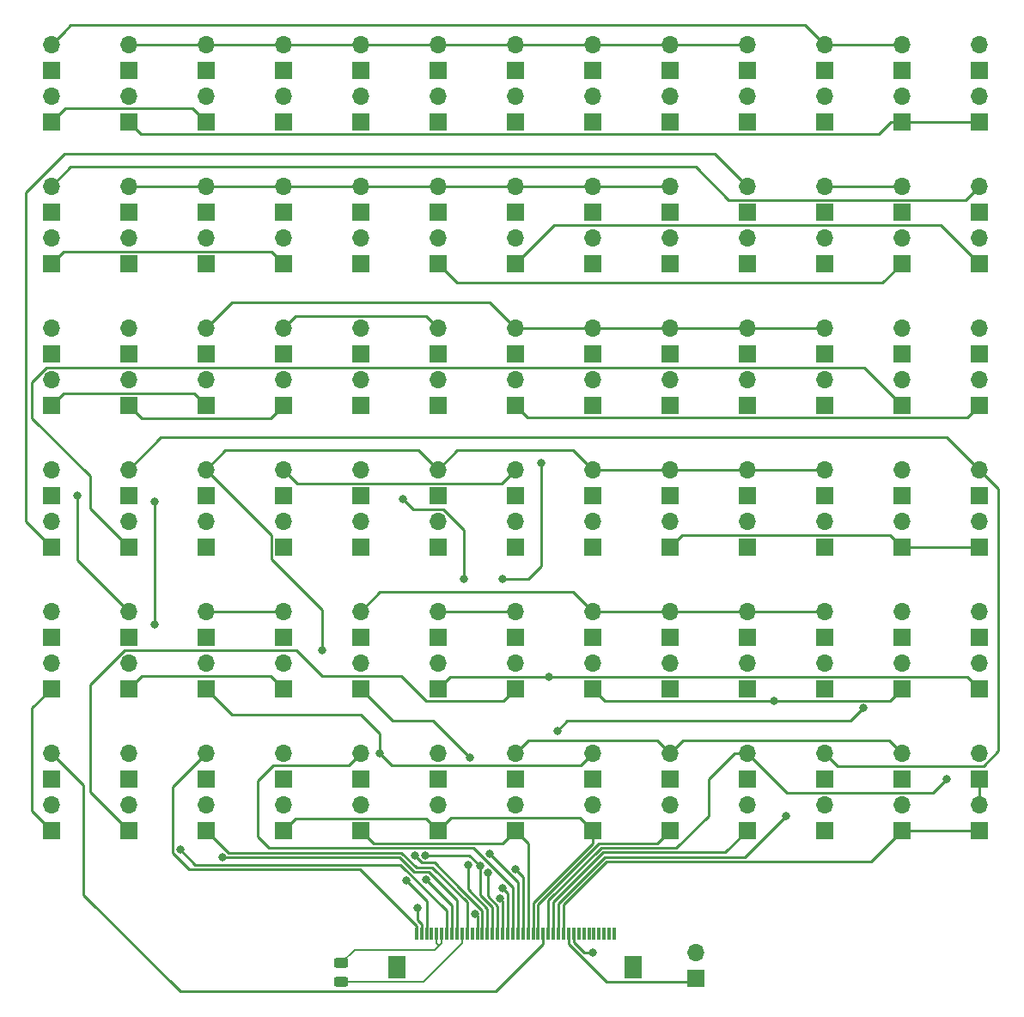
<source format=gbr>
%TF.GenerationSoftware,KiCad,Pcbnew,8.0.2-1*%
%TF.CreationDate,2024-08-03T10:32:13+02:00*%
%TF.ProjectId,dev-board,6465762d-626f-4617-9264-2e6b69636164,1.0*%
%TF.SameCoordinates,Original*%
%TF.FileFunction,Copper,L1,Top*%
%TF.FilePolarity,Positive*%
%FSLAX46Y46*%
G04 Gerber Fmt 4.6, Leading zero omitted, Abs format (unit mm)*
G04 Created by KiCad (PCBNEW 8.0.2-1) date 2024-08-03 10:32:13*
%MOMM*%
%LPD*%
G01*
G04 APERTURE LIST*
G04 Aperture macros list*
%AMRoundRect*
0 Rectangle with rounded corners*
0 $1 Rounding radius*
0 $2 $3 $4 $5 $6 $7 $8 $9 X,Y pos of 4 corners*
0 Add a 4 corners polygon primitive as box body*
4,1,4,$2,$3,$4,$5,$6,$7,$8,$9,$2,$3,0*
0 Add four circle primitives for the rounded corners*
1,1,$1+$1,$2,$3*
1,1,$1+$1,$4,$5*
1,1,$1+$1,$6,$7*
1,1,$1+$1,$8,$9*
0 Add four rect primitives between the rounded corners*
20,1,$1+$1,$2,$3,$4,$5,0*
20,1,$1+$1,$4,$5,$6,$7,0*
20,1,$1+$1,$6,$7,$8,$9,0*
20,1,$1+$1,$8,$9,$2,$3,0*%
G04 Aperture macros list end*
%TA.AperFunction,ComponentPad*%
%ADD10R,1.700000X1.700000*%
%TD*%
%TA.AperFunction,ComponentPad*%
%ADD11O,1.700000X1.700000*%
%TD*%
%TA.AperFunction,SMDPad,CuDef*%
%ADD12R,0.300000X1.300000*%
%TD*%
%TA.AperFunction,SMDPad,CuDef*%
%ADD13R,1.800000X2.200000*%
%TD*%
%TA.AperFunction,SMDPad,CuDef*%
%ADD14RoundRect,0.243750X0.456250X-0.243750X0.456250X0.243750X-0.456250X0.243750X-0.456250X-0.243750X0*%
%TD*%
%TA.AperFunction,ViaPad*%
%ADD15C,0.800000*%
%TD*%
%TA.AperFunction,Conductor*%
%ADD16C,0.200000*%
%TD*%
%TA.AperFunction,Conductor*%
%ADD17C,0.250000*%
%TD*%
G04 APERTURE END LIST*
D10*
%TO.P,J90,1,Pin_1*%
%TO.N,Net-(J103-Pin_2)*%
X189865000Y-94620000D03*
D11*
%TO.P,J90,2,Pin_2*%
%TO.N,PIN_27 *%
X189865000Y-92080000D03*
%TD*%
D10*
%TO.P,J69,1,Pin_1*%
%TO.N,PIN_7 *%
X128905000Y-85730000D03*
D11*
%TO.P,J69,2,Pin_2*%
%TO.N,Net-(J56-Pin_1)*%
X128905000Y-83190000D03*
%TD*%
D10*
%TO.P,J97,1,Pin_1*%
%TO.N,PIN_17 *%
X144145000Y-99705000D03*
D11*
%TO.P,J97,2,Pin_2*%
%TO.N,Net-(J84-Pin_1)*%
X144145000Y-97165000D03*
%TD*%
D10*
%TO.P,J28,1,Pin_1*%
%TO.N,Net-(J28-Pin_1)*%
X113665000Y-66675000D03*
D11*
%TO.P,J28,2,Pin_2*%
%TO.N,PIN_1 *%
X113665000Y-64135000D03*
%TD*%
D12*
%TO.P,J157,1,Pin_1*%
%TO.N,PIN_1 *%
X142015000Y-137850000D03*
%TO.P,J157,2,Pin_2*%
%TO.N,PIN_2 *%
X142515000Y-137850000D03*
%TO.P,J157,3,Pin_3*%
%TO.N,PIN_3 *%
X143015000Y-137850000D03*
%TO.P,J157,4,Pin_4*%
%TO.N,unconnected-(J157-Pin_4-Pad4)*%
X143515000Y-137850000D03*
%TO.P,J157,5,Pin_5*%
%TO.N,CAPS_LOCK_LED+*%
X144015000Y-137850000D03*
%TO.P,J157,6,Pin_6*%
X144515000Y-137850000D03*
%TO.P,J157,7,Pin_7*%
%TO.N,PIN_7 *%
X145015000Y-137850000D03*
%TO.P,J157,8,Pin_8*%
%TO.N,PIN_8 *%
X145515000Y-137850000D03*
%TO.P,J157,9,Pin_9*%
%TO.N,PIN_9 *%
X146015000Y-137850000D03*
%TO.P,J157,10,Pin_10*%
%TO.N,CAPS_LOCK_LED-*%
X146515000Y-137850000D03*
%TO.P,J157,11,Pin_11*%
%TO.N,PIN_11 *%
X147015000Y-137850000D03*
%TO.P,J157,12,Pin_12*%
%TO.N,unconnected-(J157-Pin_12-Pad12)*%
X147515000Y-137850000D03*
%TO.P,J157,13,Pin_13*%
%TO.N,PIN_13 *%
X148015000Y-137850000D03*
%TO.P,J157,14,Pin_14*%
%TO.N,PIN_14 *%
X148515000Y-137850000D03*
%TO.P,J157,15,Pin_15*%
%TO.N,PIN_15 *%
X149015000Y-137850000D03*
%TO.P,J157,16,Pin_16*%
%TO.N,PIN_16 *%
X149515000Y-137850000D03*
%TO.P,J157,17,Pin_17*%
%TO.N,PIN_17 *%
X150015000Y-137850000D03*
%TO.P,J157,18,Pin_18*%
%TO.N,PIN_18 *%
X150515000Y-137850000D03*
%TO.P,J157,19,Pin_19*%
%TO.N,PIN_19 *%
X151015000Y-137850000D03*
%TO.P,J157,20,Pin_20*%
%TO.N,PIN_20 *%
X151515000Y-137850000D03*
%TO.P,J157,21,Pin_21*%
%TO.N,PIN_21 *%
X152015000Y-137850000D03*
%TO.P,J157,22,Pin_22*%
%TO.N,PIN_22 *%
X152515000Y-137850000D03*
%TO.P,J157,23,Pin_23*%
%TO.N,PIN_23 *%
X153015000Y-137850000D03*
%TO.P,J157,24,Pin_24*%
%TO.N,PIN_24 *%
X153515000Y-137850000D03*
%TO.P,J157,25,Pin_25*%
%TO.N,PIN_25 *%
X154015000Y-137850000D03*
%TO.P,J157,26,Pin_26*%
%TO.N,PIN_26 *%
X154515000Y-137850000D03*
%TO.P,J157,27,Pin_27*%
%TO.N,PIN_27 *%
X155015000Y-137850000D03*
%TO.P,J157,28,Pin_28*%
%TO.N,PIN_28 *%
X155515000Y-137850000D03*
%TO.P,J157,29,Pin_29*%
%TO.N,PIN_29 *%
X156015000Y-137850000D03*
%TO.P,J157,30,Pin_30*%
%TO.N,PIN_30 *%
X156515000Y-137850000D03*
%TO.P,J157,31,Pin_31*%
%TO.N,PWR_1 *%
X157015000Y-137850000D03*
%TO.P,J157,32,Pin_32*%
%TO.N,PWR_2 *%
X157515000Y-137850000D03*
%TO.P,J157,33,Pin_33*%
%TO.N,unconnected-(J157-Pin_33-Pad33)*%
X158015000Y-137850000D03*
%TO.P,J157,34,Pin_34*%
%TO.N,unconnected-(J157-Pin_34-Pad34)*%
X158515000Y-137850000D03*
%TO.P,J157,35,Pin_35*%
%TO.N,unconnected-(J157-Pin_35-Pad35)*%
X159015000Y-137850000D03*
%TO.P,J157,36,Pin_36*%
%TO.N,unconnected-(J157-Pin_36-Pad36)*%
X159515000Y-137850000D03*
%TO.P,J157,37,Pin_37*%
%TO.N,unconnected-(J157-Pin_37-Pad37)*%
X160015000Y-137850000D03*
%TO.P,J157,38,Pin_38*%
%TO.N,unconnected-(J157-Pin_38-Pad38)*%
X160515000Y-137850000D03*
%TO.P,J157,39,Pin_39*%
%TO.N,unconnected-(J157-Pin_39-Pad39)*%
X161015000Y-137850000D03*
%TO.P,J157,40,Pin_40*%
%TO.N,unconnected-(J157-Pin_40-Pad40)*%
X161515000Y-137850000D03*
D13*
%TO.P,J157,MP*%
%TO.N,N/C*%
X163415000Y-141100000D03*
X140115000Y-141100000D03*
%TD*%
D10*
%TO.P,J63,1,Pin_1*%
%TO.N,Net-(J63-Pin_1)*%
X182245000Y-80650000D03*
D11*
%TO.P,J63,2,Pin_2*%
%TO.N,PIN_15 *%
X182245000Y-78110000D03*
%TD*%
D10*
%TO.P,J81,1,Pin_1*%
%TO.N,Net-(J81-Pin_1)*%
X121285000Y-94625000D03*
D11*
%TO.P,J81,2,Pin_2*%
%TO.N,PIN_18 *%
X121285000Y-92085000D03*
%TD*%
D10*
%TO.P,J49,1,Pin_1*%
%TO.N,PIN_30 *%
X174625000Y-71760000D03*
D11*
%TO.P,J49,2,Pin_2*%
%TO.N,Net-(J36-Pin_1)*%
X174625000Y-69220000D03*
%TD*%
D10*
%TO.P,J22,1,Pin_1*%
%TO.N,PIN_28 *%
X167005000Y-57785000D03*
D11*
%TO.P,J22,2,Pin_2*%
%TO.N,Net-(J22-Pin_2)*%
X167005000Y-55245000D03*
%TD*%
D10*
%TO.P,J118,1,Pin_1*%
%TO.N,PIN_9 *%
X106045000Y-113665000D03*
D11*
%TO.P,J118,2,Pin_2*%
%TO.N,Net-(J105-Pin_1)*%
X106045000Y-111125000D03*
%TD*%
D10*
%TO.P,J143,1,Pin_1*%
%TO.N,Net-(J143-Pin_1)*%
X189865000Y-122560000D03*
D11*
%TO.P,J143,2,Pin_2*%
%TO.N,PIN_19 *%
X189865000Y-120020000D03*
%TD*%
D10*
%TO.P,J116,1,Pin_1*%
%TO.N,Net-(J116-Pin_1)*%
X189865000Y-108595000D03*
D11*
%TO.P,J116,2,Pin_2*%
%TO.N,PIN_27 *%
X189865000Y-106055000D03*
%TD*%
D10*
%TO.P,J37,1,Pin_1*%
%TO.N,Net-(J37-Pin_1)*%
X182245000Y-66680000D03*
D11*
%TO.P,J37,2,Pin_2*%
%TO.N,PIN_27 *%
X182245000Y-64140000D03*
%TD*%
D10*
%TO.P,J122,1,Pin_1*%
%TO.N,PIN_8 *%
X136525000Y-113675000D03*
D11*
%TO.P,J122,2,Pin_2*%
%TO.N,Net-(J109-Pin_1)*%
X136525000Y-111135000D03*
%TD*%
D10*
%TO.P,J68,1,Pin_1*%
%TO.N,PIN_3 *%
X121285000Y-85730000D03*
D11*
%TO.P,J68,2,Pin_2*%
%TO.N,Net-(J55-Pin_1)*%
X121285000Y-83190000D03*
%TD*%
D10*
%TO.P,J65,1,Pin_1*%
%TO.N,Net-(J65-Pin_1)*%
X197485000Y-80650000D03*
D11*
%TO.P,J65,2,Pin_2*%
%TO.N,PIN_19 *%
X197485000Y-78110000D03*
%TD*%
D10*
%TO.P,J27,1,Pin_1*%
%TO.N,Net-(J27-Pin_1)*%
X106045000Y-66675000D03*
D11*
%TO.P,J27,2,Pin_2*%
%TO.N,PIN_19 *%
X106045000Y-64135000D03*
%TD*%
D10*
%TO.P,J102,1,Pin_1*%
%TO.N,PIN_30 *%
X182245000Y-99705000D03*
D11*
%TO.P,J102,2,Pin_2*%
%TO.N,Net-(J102-Pin_2)*%
X182245000Y-97165000D03*
%TD*%
D10*
%TO.P,J14,1,Pin_1*%
%TO.N,PIN_7 *%
X106045000Y-57785000D03*
D11*
%TO.P,J14,2,Pin_2*%
%TO.N,Net-(J1-Pin_1)*%
X106045000Y-55245000D03*
%TD*%
D10*
%TO.P,J151,1,Pin_1*%
%TO.N,PIN_23 *%
X151765000Y-127640000D03*
D11*
%TO.P,J151,2,Pin_2*%
%TO.N,Net-(J138-Pin_1)*%
X151765000Y-125100000D03*
%TD*%
D10*
%TO.P,J115,1,Pin_1*%
%TO.N,Net-(J115-Pin_1)*%
X182245000Y-108595000D03*
D11*
%TO.P,J115,2,Pin_2*%
%TO.N,PIN_20 *%
X182245000Y-106055000D03*
%TD*%
D10*
%TO.P,J107,1,Pin_1*%
%TO.N,Net-(J107-Pin_1)*%
X121285000Y-108595000D03*
D11*
%TO.P,J107,2,Pin_2*%
%TO.N,PIN_20 *%
X121285000Y-106055000D03*
%TD*%
D10*
%TO.P,J50,1,Pin_1*%
%TO.N,PIN_23 *%
X182245000Y-71760000D03*
D11*
%TO.P,J50,2,Pin_2*%
%TO.N,Net-(J37-Pin_1)*%
X182245000Y-69220000D03*
%TD*%
D10*
%TO.P,J29,1,Pin_1*%
%TO.N,Net-(J29-Pin_1)*%
X121285000Y-66680000D03*
D11*
%TO.P,J29,2,Pin_2*%
%TO.N,PIN_1 *%
X121285000Y-64140000D03*
%TD*%
D10*
%TO.P,J41,1,Pin_1*%
%TO.N,PIN_3 *%
X113665000Y-71755000D03*
D11*
%TO.P,J41,2,Pin_2*%
%TO.N,Net-(J28-Pin_1)*%
X113665000Y-69215000D03*
%TD*%
D10*
%TO.P,J156,1,Pin_1*%
%TO.N,PIN_30 *%
X189865000Y-127645000D03*
D11*
%TO.P,J156,2,Pin_2*%
%TO.N,Net-(J143-Pin_1)*%
X189865000Y-125105000D03*
%TD*%
D10*
%TO.P,J139,1,Pin_1*%
%TO.N,Net-(J139-Pin_1)*%
X159385000Y-122560000D03*
D11*
%TO.P,J139,2,Pin_2*%
%TO.N,PIN_3 *%
X159385000Y-120020000D03*
%TD*%
D10*
%TO.P,J155,1,Pin_1*%
%TO.N,PIN_28 *%
X182245000Y-127645000D03*
D11*
%TO.P,J155,2,Pin_2*%
%TO.N,Net-(J142-Pin_1)*%
X182245000Y-125105000D03*
%TD*%
D10*
%TO.P,J8,1,Pin_1*%
%TO.N,Net-(J21-Pin_2)*%
X159385000Y-52705000D03*
D11*
%TO.P,J8,2,Pin_2*%
%TO.N,PIN_26 *%
X159385000Y-50165000D03*
%TD*%
D10*
%TO.P,J55,1,Pin_1*%
%TO.N,Net-(J55-Pin_1)*%
X121285000Y-80655000D03*
D11*
%TO.P,J55,2,Pin_2*%
%TO.N,PIN_15 *%
X121285000Y-78115000D03*
%TD*%
D10*
%TO.P,J36,1,Pin_1*%
%TO.N,Net-(J36-Pin_1)*%
X174625000Y-66680000D03*
D11*
%TO.P,J36,2,Pin_2*%
%TO.N,PIN_9 *%
X174625000Y-64140000D03*
%TD*%
D10*
%TO.P,J76,1,Pin_1*%
%TO.N,PIN_30 *%
X182245000Y-85730000D03*
D11*
%TO.P,J76,2,Pin_2*%
%TO.N,Net-(J63-Pin_1)*%
X182245000Y-83190000D03*
%TD*%
D10*
%TO.P,J134,1,Pin_1*%
%TO.N,Net-(J134-Pin_1)*%
X121285000Y-122560000D03*
D11*
%TO.P,J134,2,Pin_2*%
%TO.N,PIN_1 *%
X121285000Y-120020000D03*
%TD*%
D10*
%TO.P,J152,1,Pin_1*%
%TO.N,PIN_24 *%
X159385000Y-127640000D03*
D11*
%TO.P,J152,2,Pin_2*%
%TO.N,Net-(J139-Pin_1)*%
X159385000Y-125100000D03*
%TD*%
D10*
%TO.P,J25,1,Pin_1*%
%TO.N,PIN_3 *%
X189865000Y-57785000D03*
D11*
%TO.P,J25,2,Pin_2*%
%TO.N,Net-(J12-Pin_1)*%
X189865000Y-55245000D03*
%TD*%
D10*
%TO.P,J21,1,Pin_1*%
%TO.N,PIN_25 *%
X159385000Y-57785000D03*
D11*
%TO.P,J21,2,Pin_2*%
%TO.N,Net-(J21-Pin_2)*%
X159385000Y-55245000D03*
%TD*%
D10*
%TO.P,J136,1,Pin_1*%
%TO.N,Net-(J136-Pin_1)*%
X136525000Y-122560000D03*
D11*
%TO.P,J136,2,Pin_2*%
%TO.N,PIN_20 *%
X136525000Y-120020000D03*
%TD*%
D10*
%TO.P,J101,1,Pin_1*%
%TO.N,PIN_28 *%
X174625000Y-99705000D03*
D11*
%TO.P,J101,2,Pin_2*%
%TO.N,Net-(J101-Pin_2)*%
X174625000Y-97165000D03*
%TD*%
D10*
%TO.P,J58,1,Pin_1*%
%TO.N,Net-(J58-Pin_1)*%
X144145000Y-80650000D03*
D11*
%TO.P,J58,2,Pin_2*%
%TO.N,PIN_2 *%
X144145000Y-78110000D03*
%TD*%
D10*
%TO.P,J38,1,Pin_1*%
%TO.N,Net-(J38-Pin_1)*%
X189865000Y-66685000D03*
D11*
%TO.P,J38,2,Pin_2*%
%TO.N,PIN_27 *%
X189865000Y-64145000D03*
%TD*%
D10*
%TO.P,J149,1,Pin_1*%
%TO.N,PIN_23 *%
X136525000Y-127645000D03*
D11*
%TO.P,J149,2,Pin_2*%
%TO.N,Net-(J136-Pin_1)*%
X136525000Y-125105000D03*
%TD*%
D10*
%TO.P,J89,1,Pin_1*%
%TO.N,Net-(J102-Pin_2)*%
X182245000Y-94620000D03*
D11*
%TO.P,J89,2,Pin_2*%
%TO.N,PIN_18 *%
X182245000Y-92080000D03*
%TD*%
D10*
%TO.P,J13,1,Pin_1*%
%TO.N,Net-(J13-Pin_1)*%
X197485000Y-52705000D03*
D11*
%TO.P,J13,2,Pin_2*%
%TO.N,PIN_19 *%
X197485000Y-50165000D03*
%TD*%
D10*
%TO.P,J96,1,Pin_1*%
%TO.N,PIN_8 *%
X136525000Y-99705000D03*
D11*
%TO.P,J96,2,Pin_2*%
%TO.N,Net-(J83-Pin_1)*%
X136525000Y-97165000D03*
%TD*%
D10*
%TO.P,J18,1,Pin_1*%
%TO.N,PIN_17 *%
X136525000Y-57785000D03*
D11*
%TO.P,J18,2,Pin_2*%
%TO.N,Net-(J18-Pin_2)*%
X136525000Y-55245000D03*
%TD*%
D10*
%TO.P,J19,1,Pin_1*%
%TO.N,PIN_21 *%
X144145000Y-57785000D03*
D11*
%TO.P,J19,2,Pin_2*%
%TO.N,Net-(J19-Pin_2)*%
X144145000Y-55245000D03*
%TD*%
D10*
%TO.P,J57,1,Pin_1*%
%TO.N,Net-(J57-Pin_1)*%
X136525000Y-80655000D03*
D11*
%TO.P,J57,2,Pin_2*%
%TO.N,PIN_16 *%
X136525000Y-78115000D03*
%TD*%
D10*
%TO.P,J79,1,Pin_1*%
%TO.N,Net-(J79-Pin_1)*%
X106045000Y-94615000D03*
D11*
%TO.P,J79,2,Pin_2*%
%TO.N,PIN_27 *%
X106045000Y-92075000D03*
%TD*%
D10*
%TO.P,J44,1,Pin_1*%
%TO.N,PIN_17 *%
X136525000Y-71760000D03*
D11*
%TO.P,J44,2,Pin_2*%
%TO.N,Net-(J31-Pin_1)*%
X136525000Y-69220000D03*
%TD*%
D10*
%TO.P,J35,1,Pin_1*%
%TO.N,Net-(J35-Pin_1)*%
X167005000Y-66680000D03*
D11*
%TO.P,J35,2,Pin_2*%
%TO.N,PIN_1 *%
X167005000Y-64140000D03*
%TD*%
D10*
%TO.P,J45,1,Pin_1*%
%TO.N,PIN_21 *%
X144145000Y-71760000D03*
D11*
%TO.P,J45,2,Pin_2*%
%TO.N,Net-(J32-Pin_1)*%
X144145000Y-69220000D03*
%TD*%
D10*
%TO.P,J70,1,Pin_1*%
%TO.N,PIN_8 *%
X136525000Y-85735000D03*
D11*
%TO.P,J70,2,Pin_2*%
%TO.N,Net-(J57-Pin_1)*%
X136525000Y-83195000D03*
%TD*%
D10*
%TO.P,J67,1,Pin_1*%
%TO.N,PIN_7 *%
X113665000Y-85730000D03*
D11*
%TO.P,J67,2,Pin_2*%
%TO.N,Net-(J54-Pin_1)*%
X113665000Y-83190000D03*
%TD*%
D10*
%TO.P,J105,1,Pin_1*%
%TO.N,Net-(J105-Pin_1)*%
X106045000Y-108585000D03*
D11*
%TO.P,J105,2,Pin_2*%
%TO.N,PIN_15 *%
X106045000Y-106045000D03*
%TD*%
D10*
%TO.P,J47,1,Pin_1*%
%TO.N,PIN_25 *%
X159385000Y-71760000D03*
D11*
%TO.P,J47,2,Pin_2*%
%TO.N,Net-(J34-Pin_1)*%
X159385000Y-69220000D03*
%TD*%
D10*
%TO.P,J144,1,Pin_1*%
%TO.N,PIN_30 *%
X197485000Y-127645000D03*
D11*
%TO.P,J144,2,Pin_2*%
%TO.N,Net-(J131-Pin_1)*%
X197485000Y-125105000D03*
%TD*%
D10*
%TO.P,J84,1,Pin_1*%
%TO.N,Net-(J84-Pin_1)*%
X144145000Y-94620000D03*
D11*
%TO.P,J84,2,Pin_2*%
%TO.N,PIN_18 *%
X144145000Y-92080000D03*
%TD*%
D10*
%TO.P,J12,1,Pin_1*%
%TO.N,Net-(J12-Pin_1)*%
X189865000Y-52705000D03*
D11*
%TO.P,J12,2,Pin_2*%
%TO.N,PIN_27 *%
X189865000Y-50165000D03*
%TD*%
D10*
%TO.P,J26,1,Pin_1*%
%TO.N,PIN_3 *%
X197485000Y-57785000D03*
D11*
%TO.P,J26,2,Pin_2*%
%TO.N,Net-(J13-Pin_1)*%
X197485000Y-55245000D03*
%TD*%
D10*
%TO.P,J120,1,Pin_1*%
%TO.N,PIN_3 *%
X121285000Y-113675000D03*
D11*
%TO.P,J120,2,Pin_2*%
%TO.N,Net-(J107-Pin_1)*%
X121285000Y-111135000D03*
%TD*%
D10*
%TO.P,J39,1,Pin_1*%
%TO.N,Net-(J39-Pin_1)*%
X197485000Y-66685000D03*
D11*
%TO.P,J39,2,Pin_2*%
%TO.N,PIN_19 *%
X197485000Y-64145000D03*
%TD*%
D10*
%TO.P,J62,1,Pin_1*%
%TO.N,Net-(J62-Pin_1)*%
X174625000Y-80650000D03*
D11*
%TO.P,J62,2,Pin_2*%
%TO.N,PIN_15 *%
X174625000Y-78110000D03*
%TD*%
D10*
%TO.P,J142,1,Pin_1*%
%TO.N,Net-(J142-Pin_1)*%
X182245000Y-122560000D03*
D11*
%TO.P,J142,2,Pin_2*%
%TO.N,PIN_22 *%
X182245000Y-120020000D03*
%TD*%
D10*
%TO.P,J112,1,Pin_1*%
%TO.N,Net-(J112-Pin_1)*%
X159385000Y-108590000D03*
D11*
%TO.P,J112,2,Pin_2*%
%TO.N,PIN_20 *%
X159385000Y-106050000D03*
%TD*%
D10*
%TO.P,J135,1,Pin_1*%
%TO.N,Net-(J135-Pin_1)*%
X128905000Y-122565000D03*
D11*
%TO.P,J135,2,Pin_2*%
%TO.N,PIN_18 *%
X128905000Y-120025000D03*
%TD*%
D10*
%TO.P,J110,1,Pin_1*%
%TO.N,Net-(J110-Pin_1)*%
X144145000Y-108590000D03*
D11*
%TO.P,J110,2,Pin_2*%
%TO.N,PIN_14 *%
X144145000Y-106050000D03*
%TD*%
D10*
%TO.P,J87,1,Pin_1*%
%TO.N,Net-(J100-Pin_2)*%
X167005000Y-94620000D03*
D11*
%TO.P,J87,2,Pin_2*%
%TO.N,PIN_18 *%
X167005000Y-92080000D03*
%TD*%
D10*
%TO.P,J104,1,Pin_1*%
%TO.N,PIN_25 *%
X197485000Y-99700000D03*
D11*
%TO.P,J104,2,Pin_2*%
%TO.N,Net-(J104-Pin_2)*%
X197485000Y-97160000D03*
%TD*%
D10*
%TO.P,J95,1,Pin_1*%
%TO.N,PIN_7 *%
X128905000Y-99705000D03*
D11*
%TO.P,J95,2,Pin_2*%
%TO.N,Net-(J82-Pin_1)*%
X128905000Y-97165000D03*
%TD*%
D10*
%TO.P,J15,1,Pin_1*%
%TO.N,PIN_3 *%
X113665000Y-57785000D03*
D11*
%TO.P,J15,2,Pin_2*%
%TO.N,Net-(J15-Pin_2)*%
X113665000Y-55245000D03*
%TD*%
D10*
%TO.P,J129,1,Pin_1*%
%TO.N,PIN_29 *%
X189865000Y-113675000D03*
D11*
%TO.P,J129,2,Pin_2*%
%TO.N,Net-(J116-Pin_1)*%
X189865000Y-111135000D03*
%TD*%
D10*
%TO.P,J117,1,Pin_1*%
%TO.N,Net-(J117-Pin_1)*%
X197485000Y-108590000D03*
D11*
%TO.P,J117,2,Pin_2*%
%TO.N,PIN_19 *%
X197485000Y-106050000D03*
%TD*%
D10*
%TO.P,J91,1,Pin_1*%
%TO.N,Net-(J104-Pin_2)*%
X197485000Y-94625000D03*
D11*
%TO.P,J91,2,Pin_2*%
%TO.N,PIN_22 *%
X197485000Y-92085000D03*
%TD*%
D10*
%TO.P,J145,1,Pin_1*%
%TO.N,PIN_9 *%
X106045000Y-127635000D03*
D11*
%TO.P,J145,2,Pin_2*%
%TO.N,Net-(J132-Pin_1)*%
X106045000Y-125095000D03*
%TD*%
D10*
%TO.P,J33,1,Pin_1*%
%TO.N,Net-(J33-Pin_1)*%
X151765000Y-66680000D03*
D11*
%TO.P,J33,2,Pin_2*%
%TO.N,PIN_1 *%
X151765000Y-64140000D03*
%TD*%
D10*
%TO.P,J113,1,Pin_1*%
%TO.N,Net-(J113-Pin_1)*%
X167005000Y-108590000D03*
D11*
%TO.P,J113,2,Pin_2*%
%TO.N,PIN_20 *%
X167005000Y-106050000D03*
%TD*%
D10*
%TO.P,J51,1,Pin_1*%
%TO.N,PIN_21 *%
X189865000Y-71760000D03*
D11*
%TO.P,J51,2,Pin_2*%
%TO.N,Net-(J38-Pin_1)*%
X189865000Y-69220000D03*
%TD*%
D14*
%TO.P,D1,1,K*%
%TO.N,CAPS_LOCK_LED-*%
X134620000Y-142565439D03*
%TO.P,D1,2,A*%
%TO.N,CAPS_LOCK_LED+*%
X134620000Y-140690439D03*
%TD*%
D10*
%TO.P,J114,1,Pin_1*%
%TO.N,Net-(J114-Pin_1)*%
X174625000Y-108590000D03*
D11*
%TO.P,J114,2,Pin_2*%
%TO.N,PIN_20 *%
X174625000Y-106050000D03*
%TD*%
D10*
%TO.P,J141,1,Pin_1*%
%TO.N,Net-(J141-Pin_1)*%
X174625000Y-122565000D03*
D11*
%TO.P,J141,2,Pin_2*%
%TO.N,PIN_27 *%
X174625000Y-120025000D03*
%TD*%
D10*
%TO.P,J10,1,Pin_1*%
%TO.N,Net-(J10-Pin_1)*%
X174625000Y-52705000D03*
D11*
%TO.P,J10,2,Pin_2*%
%TO.N,PIN_26 *%
X174625000Y-50165000D03*
%TD*%
D10*
%TO.P,J86,1,Pin_1*%
%TO.N,Net-(J86-Pin_1)*%
X159385000Y-94625000D03*
D11*
%TO.P,J86,2,Pin_2*%
%TO.N,PIN_18 *%
X159385000Y-92085000D03*
%TD*%
D10*
%TO.P,J83,1,Pin_1*%
%TO.N,Net-(J83-Pin_1)*%
X136525000Y-94625000D03*
D11*
%TO.P,J83,2,Pin_2*%
%TO.N,PIN_14 *%
X136525000Y-92085000D03*
%TD*%
D10*
%TO.P,J53,1,Pin_1*%
%TO.N,Net-(J53-Pin_1)*%
X106045000Y-80645000D03*
D11*
%TO.P,J53,2,Pin_2*%
%TO.N,PIN_22 *%
X106045000Y-78105000D03*
%TD*%
D10*
%TO.P,J82,1,Pin_1*%
%TO.N,Net-(J82-Pin_1)*%
X128905000Y-94620000D03*
D11*
%TO.P,J82,2,Pin_2*%
%TO.N,PIN_13 *%
X128905000Y-92080000D03*
%TD*%
D10*
%TO.P,J17,1,Pin_1*%
%TO.N,PIN_8 *%
X128905000Y-57785000D03*
D11*
%TO.P,J17,2,Pin_2*%
%TO.N,Net-(J17-Pin_2)*%
X128905000Y-55245000D03*
%TD*%
D10*
%TO.P,J146,1,Pin_1*%
%TO.N,PIN_21 *%
X113665000Y-127640000D03*
D11*
%TO.P,J146,2,Pin_2*%
%TO.N,Net-(J133-Pin_1)*%
X113665000Y-125100000D03*
%TD*%
D10*
%TO.P,J9,1,Pin_1*%
%TO.N,Net-(J22-Pin_2)*%
X167005000Y-52705000D03*
D11*
%TO.P,J9,2,Pin_2*%
%TO.N,PIN_26 *%
X167005000Y-50165000D03*
%TD*%
D10*
%TO.P,J140,1,Pin_1*%
%TO.N,Net-(J140-Pin_1)*%
X167005000Y-122565000D03*
D11*
%TO.P,J140,2,Pin_2*%
%TO.N,PIN_19 *%
X167005000Y-120025000D03*
%TD*%
D10*
%TO.P,J119,1,Pin_1*%
%TO.N,PIN_7 *%
X113665000Y-113670000D03*
D11*
%TO.P,J119,2,Pin_2*%
%TO.N,Net-(J106-Pin_1)*%
X113665000Y-111130000D03*
%TD*%
D10*
%TO.P,J64,1,Pin_1*%
%TO.N,Net-(J64-Pin_1)*%
X189865000Y-80655000D03*
D11*
%TO.P,J64,2,Pin_2*%
%TO.N,PIN_27 *%
X189865000Y-78115000D03*
%TD*%
D10*
%TO.P,J94,1,Pin_1*%
%TO.N,PIN_3 *%
X121285000Y-99705000D03*
D11*
%TO.P,J94,2,Pin_2*%
%TO.N,Net-(J81-Pin_1)*%
X121285000Y-97165000D03*
%TD*%
D10*
%TO.P,J125,1,Pin_1*%
%TO.N,PIN_29 *%
X159385000Y-113675000D03*
D11*
%TO.P,J125,2,Pin_2*%
%TO.N,Net-(J112-Pin_1)*%
X159385000Y-111135000D03*
%TD*%
D10*
%TO.P,J2,1,Pin_1*%
%TO.N,Net-(J15-Pin_2)*%
X113665000Y-52705000D03*
D11*
%TO.P,J2,2,Pin_2*%
%TO.N,PIN_26 *%
X113665000Y-50165000D03*
%TD*%
D10*
%TO.P,J124,1,Pin_1*%
%TO.N,PIN_21 *%
X151765000Y-113675000D03*
D11*
%TO.P,J124,2,Pin_2*%
%TO.N,Net-(J111-Pin_1)*%
X151765000Y-111135000D03*
%TD*%
D10*
%TO.P,J147,1,Pin_1*%
%TO.N,PIN_11 *%
X121285000Y-127640000D03*
D11*
%TO.P,J147,2,Pin_2*%
%TO.N,Net-(J134-Pin_1)*%
X121285000Y-125100000D03*
%TD*%
D10*
%TO.P,J148,1,Pin_1*%
%TO.N,PIN_24 *%
X128905000Y-127640000D03*
D11*
%TO.P,J148,2,Pin_2*%
%TO.N,Net-(J135-Pin_1)*%
X128905000Y-125100000D03*
%TD*%
D10*
%TO.P,J150,1,Pin_1*%
%TO.N,PIN_24 *%
X144145000Y-127645000D03*
D11*
%TO.P,J150,2,Pin_2*%
%TO.N,Net-(J137-Pin_1)*%
X144145000Y-125105000D03*
%TD*%
D10*
%TO.P,J93,1,Pin_1*%
%TO.N,PIN_11 *%
X113665000Y-99700000D03*
D11*
%TO.P,J93,2,Pin_2*%
%TO.N,Net-(J80-Pin_1)*%
X113665000Y-97160000D03*
%TD*%
D10*
%TO.P,J30,1,Pin_1*%
%TO.N,Net-(J30-Pin_1)*%
X128905000Y-66680000D03*
D11*
%TO.P,J30,2,Pin_2*%
%TO.N,PIN_1 *%
X128905000Y-64140000D03*
%TD*%
D10*
%TO.P,J3,1,Pin_1*%
%TO.N,Net-(J16-Pin_2)*%
X121285000Y-52705000D03*
D11*
%TO.P,J3,2,Pin_2*%
%TO.N,PIN_26 *%
X121285000Y-50165000D03*
%TD*%
D10*
%TO.P,J1,1,Pin_1*%
%TO.N,Net-(J1-Pin_1)*%
X106045000Y-52705000D03*
D11*
%TO.P,J1,2,Pin_2*%
%TO.N,PIN_27 *%
X106045000Y-50165000D03*
%TD*%
D10*
%TO.P,J137,1,Pin_1*%
%TO.N,Net-(J137-Pin_1)*%
X144145000Y-122565000D03*
D11*
%TO.P,J137,2,Pin_2*%
%TO.N,PIN_16 *%
X144145000Y-120025000D03*
%TD*%
D10*
%TO.P,J52,1,Pin_1*%
%TO.N,PIN_29 *%
X197485000Y-71765000D03*
D11*
%TO.P,J52,2,Pin_2*%
%TO.N,Net-(J39-Pin_1)*%
X197485000Y-69225000D03*
%TD*%
D10*
%TO.P,J11,1,Pin_1*%
%TO.N,Net-(J11-Pin_1)*%
X182245000Y-52705000D03*
D11*
%TO.P,J11,2,Pin_2*%
%TO.N,PIN_27 *%
X182245000Y-50165000D03*
%TD*%
D10*
%TO.P,J54,1,Pin_1*%
%TO.N,Net-(J54-Pin_1)*%
X113665000Y-80650000D03*
D11*
%TO.P,J54,2,Pin_2*%
%TO.N,PIN_24 *%
X113665000Y-78110000D03*
%TD*%
D10*
%TO.P,J59,1,Pin_1*%
%TO.N,Net-(J59-Pin_1)*%
X151765000Y-80655000D03*
D11*
%TO.P,J59,2,Pin_2*%
%TO.N,PIN_15 *%
X151765000Y-78115000D03*
%TD*%
D10*
%TO.P,J74,1,Pin_1*%
%TO.N,PIN_25 *%
X167005000Y-85735000D03*
D11*
%TO.P,J74,2,Pin_2*%
%TO.N,Net-(J61-Pin_1)*%
X167005000Y-83195000D03*
%TD*%
D10*
%TO.P,J111,1,Pin_1*%
%TO.N,Net-(J111-Pin_1)*%
X151765000Y-108590000D03*
D11*
%TO.P,J111,2,Pin_2*%
%TO.N,PIN_14 *%
X151765000Y-106050000D03*
%TD*%
D10*
%TO.P,J123,1,Pin_1*%
%TO.N,PIN_17 *%
X144145000Y-113675000D03*
D11*
%TO.P,J123,2,Pin_2*%
%TO.N,Net-(J110-Pin_1)*%
X144145000Y-111135000D03*
%TD*%
D10*
%TO.P,J98,1,Pin_1*%
%TO.N,PIN_21 *%
X151765000Y-99705000D03*
D11*
%TO.P,J98,2,Pin_2*%
%TO.N,Net-(J85-Pin_1)*%
X151765000Y-97165000D03*
%TD*%
D10*
%TO.P,J20,1,Pin_1*%
%TO.N,PIN_29 *%
X151765000Y-57785000D03*
D11*
%TO.P,J20,2,Pin_2*%
%TO.N,Net-(J20-Pin_2)*%
X151765000Y-55245000D03*
%TD*%
D10*
%TO.P,J56,1,Pin_1*%
%TO.N,Net-(J56-Pin_1)*%
X128905000Y-80655000D03*
D11*
%TO.P,J56,2,Pin_2*%
%TO.N,PIN_2 *%
X128905000Y-78115000D03*
%TD*%
D10*
%TO.P,J109,1,Pin_1*%
%TO.N,Net-(J109-Pin_1)*%
X136525000Y-108595000D03*
D11*
%TO.P,J109,2,Pin_2*%
%TO.N,PIN_20 *%
X136525000Y-106055000D03*
%TD*%
D10*
%TO.P,J138,1,Pin_1*%
%TO.N,Net-(J138-Pin_1)*%
X151765000Y-122565000D03*
D11*
%TO.P,J138,2,Pin_2*%
%TO.N,PIN_19 *%
X151765000Y-120025000D03*
%TD*%
D10*
%TO.P,J127,1,Pin_1*%
%TO.N,PIN_28 *%
X174625000Y-113670000D03*
D11*
%TO.P,J127,2,Pin_2*%
%TO.N,Net-(J114-Pin_1)*%
X174625000Y-111130000D03*
%TD*%
D10*
%TO.P,J154,1,Pin_1*%
%TO.N,PIN_28 *%
X174625000Y-127640000D03*
D11*
%TO.P,J154,2,Pin_2*%
%TO.N,Net-(J141-Pin_1)*%
X174625000Y-125100000D03*
%TD*%
D10*
%TO.P,J77,1,Pin_1*%
%TO.N,PIN_11 *%
X189865000Y-85735000D03*
D11*
%TO.P,J77,2,Pin_2*%
%TO.N,Net-(J64-Pin_1)*%
X189865000Y-83195000D03*
%TD*%
D10*
%TO.P,J158,1,Pin_1*%
%TO.N,PWR_1 *%
X169545000Y-142240000D03*
D11*
%TO.P,J158,2,Pin_2*%
%TO.N,PWR_2 *%
X169545000Y-139700000D03*
%TD*%
D10*
%TO.P,J100,1,Pin_1*%
%TO.N,PIN_25 *%
X167005000Y-99700000D03*
D11*
%TO.P,J100,2,Pin_2*%
%TO.N,Net-(J100-Pin_2)*%
X167005000Y-97160000D03*
%TD*%
D10*
%TO.P,J85,1,Pin_1*%
%TO.N,Net-(J85-Pin_1)*%
X151765000Y-94625000D03*
D11*
%TO.P,J85,2,Pin_2*%
%TO.N,PIN_13 *%
X151765000Y-92085000D03*
%TD*%
D10*
%TO.P,J5,1,Pin_1*%
%TO.N,Net-(J18-Pin_2)*%
X136525000Y-52705000D03*
D11*
%TO.P,J5,2,Pin_2*%
%TO.N,PIN_26 *%
X136525000Y-50165000D03*
%TD*%
D10*
%TO.P,J31,1,Pin_1*%
%TO.N,Net-(J31-Pin_1)*%
X136525000Y-66680000D03*
D11*
%TO.P,J31,2,Pin_2*%
%TO.N,PIN_1 *%
X136525000Y-64140000D03*
%TD*%
D10*
%TO.P,J23,1,Pin_1*%
%TO.N,PIN_30 *%
X174625000Y-57785000D03*
D11*
%TO.P,J23,2,Pin_2*%
%TO.N,Net-(J10-Pin_1)*%
X174625000Y-55245000D03*
%TD*%
D10*
%TO.P,J24,1,Pin_1*%
%TO.N,PIN_24 *%
X182245000Y-57785000D03*
D11*
%TO.P,J24,2,Pin_2*%
%TO.N,Net-(J11-Pin_1)*%
X182245000Y-55245000D03*
%TD*%
D10*
%TO.P,J128,1,Pin_1*%
%TO.N,PIN_30 *%
X182245000Y-113675000D03*
D11*
%TO.P,J128,2,Pin_2*%
%TO.N,Net-(J115-Pin_1)*%
X182245000Y-111135000D03*
%TD*%
D10*
%TO.P,J88,1,Pin_1*%
%TO.N,Net-(J101-Pin_2)*%
X174625000Y-94625000D03*
D11*
%TO.P,J88,2,Pin_2*%
%TO.N,PIN_18 *%
X174625000Y-92085000D03*
%TD*%
D10*
%TO.P,J6,1,Pin_1*%
%TO.N,Net-(J19-Pin_2)*%
X144145000Y-52705000D03*
D11*
%TO.P,J6,2,Pin_2*%
%TO.N,PIN_26 *%
X144145000Y-50165000D03*
%TD*%
D10*
%TO.P,J126,1,Pin_1*%
%TO.N,PIN_25 *%
X167005000Y-113675000D03*
D11*
%TO.P,J126,2,Pin_2*%
%TO.N,Net-(J113-Pin_1)*%
X167005000Y-111135000D03*
%TD*%
D10*
%TO.P,J48,1,Pin_1*%
%TO.N,PIN_28 *%
X167005000Y-71760000D03*
D11*
%TO.P,J48,2,Pin_2*%
%TO.N,Net-(J35-Pin_1)*%
X167005000Y-69220000D03*
%TD*%
D10*
%TO.P,J106,1,Pin_1*%
%TO.N,Net-(J106-Pin_1)*%
X113665000Y-108595000D03*
D11*
%TO.P,J106,2,Pin_2*%
%TO.N,PIN_19 *%
X113665000Y-106055000D03*
%TD*%
D10*
%TO.P,J7,1,Pin_1*%
%TO.N,Net-(J20-Pin_2)*%
X151765000Y-52705000D03*
D11*
%TO.P,J7,2,Pin_2*%
%TO.N,PIN_26 *%
X151765000Y-50165000D03*
%TD*%
D10*
%TO.P,J78,1,Pin_1*%
%TO.N,PIN_21 *%
X197485000Y-85730000D03*
D11*
%TO.P,J78,2,Pin_2*%
%TO.N,Net-(J65-Pin_1)*%
X197485000Y-83190000D03*
%TD*%
D10*
%TO.P,J131,1,Pin_1*%
%TO.N,Net-(J131-Pin_1)*%
X197485000Y-122560000D03*
D11*
%TO.P,J131,2,Pin_2*%
%TO.N,PIN_27 *%
X197485000Y-120020000D03*
%TD*%
D10*
%TO.P,J92,1,Pin_1*%
%TO.N,PIN_9 *%
X106045000Y-99700000D03*
D11*
%TO.P,J92,2,Pin_2*%
%TO.N,Net-(J79-Pin_1)*%
X106045000Y-97160000D03*
%TD*%
D10*
%TO.P,J4,1,Pin_1*%
%TO.N,Net-(J17-Pin_2)*%
X128905000Y-52705000D03*
D11*
%TO.P,J4,2,Pin_2*%
%TO.N,PIN_26 *%
X128905000Y-50165000D03*
%TD*%
D10*
%TO.P,J32,1,Pin_1*%
%TO.N,Net-(J32-Pin_1)*%
X144145000Y-66680000D03*
D11*
%TO.P,J32,2,Pin_2*%
%TO.N,PIN_1 *%
X144145000Y-64140000D03*
%TD*%
D10*
%TO.P,J43,1,Pin_1*%
%TO.N,PIN_8 *%
X128905000Y-71755000D03*
D11*
%TO.P,J43,2,Pin_2*%
%TO.N,Net-(J30-Pin_1)*%
X128905000Y-69215000D03*
%TD*%
D10*
%TO.P,J46,1,Pin_1*%
%TO.N,PIN_29 *%
X151765000Y-71765000D03*
D11*
%TO.P,J46,2,Pin_2*%
%TO.N,Net-(J33-Pin_1)*%
X151765000Y-69225000D03*
%TD*%
D10*
%TO.P,J133,1,Pin_1*%
%TO.N,Net-(J133-Pin_1)*%
X113665000Y-122560000D03*
D11*
%TO.P,J133,2,Pin_2*%
%TO.N,PIN_22 *%
X113665000Y-120020000D03*
%TD*%
D10*
%TO.P,J80,1,Pin_1*%
%TO.N,Net-(J80-Pin_1)*%
X113665000Y-94620000D03*
D11*
%TO.P,J80,2,Pin_2*%
%TO.N,PIN_22 *%
X113665000Y-92080000D03*
%TD*%
D10*
%TO.P,J61,1,Pin_1*%
%TO.N,Net-(J61-Pin_1)*%
X167005000Y-80650000D03*
D11*
%TO.P,J61,2,Pin_2*%
%TO.N,PIN_15 *%
X167005000Y-78110000D03*
%TD*%
D10*
%TO.P,J75,1,Pin_1*%
%TO.N,PIN_28 *%
X174625000Y-85735000D03*
D11*
%TO.P,J75,2,Pin_2*%
%TO.N,Net-(J62-Pin_1)*%
X174625000Y-83195000D03*
%TD*%
D10*
%TO.P,J34,1,Pin_1*%
%TO.N,Net-(J34-Pin_1)*%
X159385000Y-66685000D03*
D11*
%TO.P,J34,2,Pin_2*%
%TO.N,PIN_1 *%
X159385000Y-64145000D03*
%TD*%
D10*
%TO.P,J60,1,Pin_1*%
%TO.N,Net-(J60-Pin_1)*%
X159385000Y-80655000D03*
D11*
%TO.P,J60,2,Pin_2*%
%TO.N,PIN_15 *%
X159385000Y-78115000D03*
%TD*%
D10*
%TO.P,J103,1,Pin_1*%
%TO.N,PIN_25 *%
X189865000Y-99700000D03*
D11*
%TO.P,J103,2,Pin_2*%
%TO.N,Net-(J103-Pin_2)*%
X189865000Y-97160000D03*
%TD*%
D10*
%TO.P,J73,1,Pin_1*%
%TO.N,PIN_29 *%
X159385000Y-85730000D03*
D11*
%TO.P,J73,2,Pin_2*%
%TO.N,Net-(J60-Pin_1)*%
X159385000Y-83190000D03*
%TD*%
D10*
%TO.P,J72,1,Pin_1*%
%TO.N,PIN_21 *%
X151765000Y-85735000D03*
D11*
%TO.P,J72,2,Pin_2*%
%TO.N,Net-(J59-Pin_1)*%
X151765000Y-83195000D03*
%TD*%
D10*
%TO.P,J71,1,Pin_1*%
%TO.N,PIN_17 *%
X144145000Y-85730000D03*
D11*
%TO.P,J71,2,Pin_2*%
%TO.N,Net-(J58-Pin_1)*%
X144145000Y-83190000D03*
%TD*%
D10*
%TO.P,J66,1,Pin_1*%
%TO.N,PIN_3 *%
X106045000Y-85725000D03*
D11*
%TO.P,J66,2,Pin_2*%
%TO.N,Net-(J53-Pin_1)*%
X106045000Y-83185000D03*
%TD*%
D10*
%TO.P,J130,1,Pin_1*%
%TO.N,PIN_17 *%
X197485000Y-113670000D03*
D11*
%TO.P,J130,2,Pin_2*%
%TO.N,Net-(J117-Pin_1)*%
X197485000Y-111130000D03*
%TD*%
D10*
%TO.P,J16,1,Pin_1*%
%TO.N,PIN_7 *%
X121285000Y-57785000D03*
D11*
%TO.P,J16,2,Pin_2*%
%TO.N,Net-(J16-Pin_2)*%
X121285000Y-55245000D03*
%TD*%
D10*
%TO.P,J99,1,Pin_1*%
%TO.N,PIN_29 *%
X159385000Y-99705000D03*
D11*
%TO.P,J99,2,Pin_2*%
%TO.N,Net-(J86-Pin_1)*%
X159385000Y-97165000D03*
%TD*%
D10*
%TO.P,J40,1,Pin_1*%
%TO.N,PIN_8 *%
X106045000Y-71755000D03*
D11*
%TO.P,J40,2,Pin_2*%
%TO.N,Net-(J27-Pin_1)*%
X106045000Y-69215000D03*
%TD*%
D10*
%TO.P,J42,1,Pin_1*%
%TO.N,PIN_7 *%
X121285000Y-71755000D03*
D11*
%TO.P,J42,2,Pin_2*%
%TO.N,Net-(J29-Pin_1)*%
X121285000Y-69215000D03*
%TD*%
D10*
%TO.P,J108,1,Pin_1*%
%TO.N,Net-(J108-Pin_1)*%
X128905000Y-108590000D03*
D11*
%TO.P,J108,2,Pin_2*%
%TO.N,PIN_20 *%
X128905000Y-106050000D03*
%TD*%
D10*
%TO.P,J153,1,Pin_1*%
%TO.N,PIN_25 *%
X167005000Y-127645000D03*
D11*
%TO.P,J153,2,Pin_2*%
%TO.N,Net-(J140-Pin_1)*%
X167005000Y-125105000D03*
%TD*%
D10*
%TO.P,J121,1,Pin_1*%
%TO.N,PIN_7 *%
X128905000Y-113670000D03*
D11*
%TO.P,J121,2,Pin_2*%
%TO.N,Net-(J108-Pin_1)*%
X128905000Y-111130000D03*
%TD*%
D10*
%TO.P,J132,1,Pin_1*%
%TO.N,Net-(J132-Pin_1)*%
X106045000Y-122555000D03*
D11*
%TO.P,J132,2,Pin_2*%
%TO.N,PIN_26 *%
X106045000Y-120015000D03*
%TD*%
D15*
%TO.N,PIN_27 *%
X194310000Y-122555000D03*
%TO.N,PIN_19 *%
X150495000Y-133350000D03*
X108585000Y-94620000D03*
%TO.N,PIN_7 *%
X118745000Y-129540000D03*
%TO.N,PIN_3 *%
X140983290Y-132540084D03*
X138430000Y-120015000D03*
%TO.N,PIN_8 *%
X147255349Y-120469249D03*
X143001140Y-132508738D03*
%TO.N,PIN_17 *%
X149045500Y-131816582D03*
X155040000Y-112495000D03*
%TO.N,PIN_21 *%
X149225000Y-129930304D03*
%TO.N,PIN_29 *%
X178435000Y-126180000D03*
X177250000Y-114850000D03*
%TO.N,PIN_24 *%
X116205000Y-95250000D03*
X116205000Y-107315000D03*
%TO.N,PIN_9 *%
X122899848Y-130279446D03*
%TO.N,PIN_23 *%
X155895000Y-117795000D03*
X186055000Y-115575000D03*
%TO.N,PIN_22 *%
X151765000Y-131445000D03*
%TO.N,PIN_15 *%
X147123628Y-131006371D03*
X150495000Y-102870000D03*
X154305000Y-91440000D03*
%TO.N,PIN_2 *%
X142092097Y-135287583D03*
%TO.N,PIN_16 *%
X140652500Y-94937500D03*
X146685000Y-102875000D03*
X142875000Y-130084500D03*
X148270927Y-131129072D03*
%TO.N,PIN_18 *%
X150288787Y-134327998D03*
X132715000Y-109855000D03*
%TO.N,PIN_13 *%
X147790500Y-135828878D03*
%TO.N,PIN_14 *%
X141856675Y-130090774D03*
%TO.N,PWR_2 *%
X159385000Y-139700000D03*
%TD*%
D16*
%TO.N,CAPS_LOCK_LED-*%
X134625439Y-142560000D02*
X134620000Y-142565439D01*
X146515000Y-137850000D02*
X146515000Y-138750000D01*
X134625279Y-142560160D02*
X134620000Y-142565439D01*
X146515000Y-138750000D02*
X142704840Y-142560160D01*
X142704840Y-142560160D02*
X134625279Y-142560160D01*
%TO.N,CAPS_LOCK_LED+*%
X144256585Y-138982107D02*
X143844208Y-139394484D01*
X144515000Y-137850000D02*
X144515000Y-138723692D01*
X135915955Y-139394484D02*
X134620000Y-140690439D01*
X143844208Y-139394484D02*
X135915955Y-139394484D01*
X144256585Y-138982107D02*
X144015000Y-138740522D01*
X144515000Y-138723692D02*
X144256585Y-138982107D01*
X144015000Y-138740522D02*
X144015000Y-137850000D01*
D17*
%TO.N,PIN_26 *%
X151765000Y-50165000D02*
X159385000Y-50165000D01*
X149805000Y-143510000D02*
X118745000Y-143510000D01*
X118745000Y-143510000D02*
X109220000Y-133985000D01*
X109220000Y-133985000D02*
X109220000Y-123190000D01*
X154515000Y-137850000D02*
X154515000Y-138800000D01*
X144145000Y-50165000D02*
X151765000Y-50165000D01*
X154515000Y-138800000D02*
X149805000Y-143510000D01*
X113665000Y-50165000D02*
X121285000Y-50165000D01*
X167005000Y-50165000D02*
X174625000Y-50165000D01*
X109220000Y-123190000D02*
X106045000Y-120015000D01*
X121285000Y-50165000D02*
X128905000Y-50165000D01*
X136525000Y-50165000D02*
X144145000Y-50165000D01*
X128905000Y-50165000D02*
X136525000Y-50165000D01*
X159385000Y-50165000D02*
X167005000Y-50165000D01*
%TO.N,PIN_27 *%
X160207792Y-129355000D02*
X167645000Y-129355000D01*
X155015000Y-134547792D02*
X160207792Y-129355000D01*
X155015000Y-137850000D02*
X155015000Y-134547792D01*
X192935000Y-123930000D02*
X194310000Y-122555000D01*
X107225000Y-48990000D02*
X107950000Y-48265000D01*
X170815000Y-126185000D02*
X170815000Y-122555000D01*
X170815000Y-122555000D02*
X173345000Y-120025000D01*
X174625000Y-120025000D02*
X178530000Y-123930000D01*
X173345000Y-120025000D02*
X174625000Y-120025000D01*
X106045000Y-50165000D02*
X107220000Y-48990000D01*
X182250000Y-64145000D02*
X182245000Y-64140000D01*
X189865000Y-64145000D02*
X182250000Y-64145000D01*
X182245000Y-50165000D02*
X189865000Y-50165000D01*
X180345000Y-48265000D02*
X182245000Y-50165000D01*
X167645000Y-129355000D02*
X170815000Y-126185000D01*
X107220000Y-48990000D02*
X107225000Y-48990000D01*
X178530000Y-123930000D02*
X192935000Y-123930000D01*
X107950000Y-48265000D02*
X180345000Y-48265000D01*
%TO.N,PIN_19 *%
X168280000Y-118750000D02*
X168277500Y-118752500D01*
X151015000Y-137850000D02*
X151015000Y-133870000D01*
X168277500Y-118752500D02*
X167005000Y-120025000D01*
X108585000Y-100975000D02*
X113665000Y-106055000D01*
X165097500Y-118752500D02*
X153037500Y-118752500D01*
X153037500Y-118752500D02*
X151765000Y-120025000D01*
X172815000Y-65505000D02*
X196125000Y-65505000D01*
X151015000Y-133870000D02*
X151007652Y-133862652D01*
X151007652Y-133862652D02*
X150495000Y-133350000D01*
X196125000Y-65505000D02*
X197485000Y-64145000D01*
X107945000Y-62235000D02*
X169545000Y-62235000D01*
X108585000Y-94620000D02*
X108585000Y-100975000D01*
X189865000Y-120020000D02*
X188595000Y-118750000D01*
X167005000Y-120025000D02*
X165732500Y-118752500D01*
X106045000Y-64135000D02*
X107945000Y-62235000D01*
X165732500Y-118752500D02*
X165097500Y-118752500D01*
X188595000Y-118750000D02*
X168280000Y-118750000D01*
X169545000Y-62235000D02*
X172815000Y-65505000D01*
%TO.N,PIN_7 *%
X145015000Y-137850000D02*
X145015000Y-135547196D01*
X145015000Y-135547196D02*
X140472250Y-131004446D01*
X107410000Y-56420000D02*
X119920000Y-56420000D01*
X127635000Y-87000000D02*
X114935000Y-87000000D01*
X128905000Y-113670000D02*
X127630000Y-112395000D01*
X114935000Y-87000000D02*
X113665000Y-85730000D01*
X120209446Y-131004446D02*
X118745000Y-129540000D01*
X106045000Y-57785000D02*
X107410000Y-56420000D01*
X127630000Y-112395000D02*
X114940000Y-112395000D01*
X128905000Y-85730000D02*
X127635000Y-87000000D01*
X114940000Y-112395000D02*
X113665000Y-113670000D01*
X119920000Y-56420000D02*
X121285000Y-57785000D01*
X140472250Y-131004446D02*
X120209446Y-131004446D01*
%TO.N,PIN_3 *%
X121285000Y-85730000D02*
X120110000Y-84555000D01*
X140983290Y-132551996D02*
X143015000Y-134583706D01*
X140983290Y-132540084D02*
X140983290Y-132551996D01*
X114840000Y-58960000D02*
X113665000Y-57785000D01*
X107215000Y-84555000D02*
X106045000Y-85725000D01*
X188765000Y-57785000D02*
X187590000Y-58960000D01*
X158205000Y-121200000D02*
X139615000Y-121200000D01*
X136525000Y-116205000D02*
X123815000Y-116205000D01*
X159385000Y-120020000D02*
X158205000Y-121200000D01*
X187590000Y-58960000D02*
X114840000Y-58960000D01*
X189865000Y-57785000D02*
X188765000Y-57785000D01*
X138430000Y-118110000D02*
X136525000Y-116205000D01*
X143015000Y-134583706D02*
X143015000Y-137850000D01*
X138430000Y-120015000D02*
X138430000Y-118110000D01*
X120110000Y-84555000D02*
X107215000Y-84555000D01*
X139615000Y-121200000D02*
X138430000Y-120015000D01*
X189865000Y-57785000D02*
X197485000Y-57785000D01*
X123815000Y-116205000D02*
X121285000Y-113675000D01*
%TO.N,PIN_8 *%
X106045000Y-71755000D02*
X107220000Y-70580000D01*
X136535000Y-113675000D02*
X136525000Y-113675000D01*
X139700000Y-116840000D02*
X136535000Y-113675000D01*
X143001140Y-132517684D02*
X145092517Y-134609061D01*
X107220000Y-70580000D02*
X127730000Y-70580000D01*
X145515000Y-135034288D02*
X145515000Y-137850000D01*
X143626100Y-116840000D02*
X139700000Y-116840000D01*
X143001140Y-132508738D02*
X143001140Y-132517684D01*
X147255349Y-120469249D02*
X143626100Y-116840000D01*
X127730000Y-70580000D02*
X128905000Y-71755000D01*
X145092517Y-134609061D02*
X145092517Y-134611805D01*
X145092517Y-134611805D02*
X145515000Y-135034288D01*
%TO.N,PIN_17 *%
X149045500Y-134110016D02*
X149045500Y-131816582D01*
X150015000Y-137850000D02*
X150015000Y-135079516D01*
X155040000Y-112495000D02*
X145325000Y-112495000D01*
X145325000Y-112495000D02*
X144145000Y-113675000D01*
X196310000Y-112495000D02*
X197485000Y-113670000D01*
X155040000Y-112495000D02*
X196310000Y-112495000D01*
X150015000Y-135079516D02*
X149045500Y-134110016D01*
%TO.N,PIN_21 *%
X142970000Y-114850000D02*
X150590000Y-114850000D01*
X140515000Y-112395000D02*
X142970000Y-114850000D01*
X144145000Y-71760000D02*
X146050000Y-73665000D01*
X113665000Y-127640000D02*
X109855000Y-123830000D01*
X150590000Y-114850000D02*
X151765000Y-113675000D01*
X149225000Y-129930304D02*
X152015000Y-132720305D01*
X187960000Y-73665000D02*
X189865000Y-71760000D01*
X132715000Y-112395000D02*
X140515000Y-112395000D01*
X109855000Y-123830000D02*
X109855000Y-113278299D01*
X113278299Y-109855000D02*
X130175000Y-109855000D01*
X146050000Y-73665000D02*
X187960000Y-73665000D01*
X151765000Y-85735000D02*
X152940000Y-86910000D01*
X152015000Y-137850000D02*
X152015000Y-132720305D01*
X152940000Y-86910000D02*
X196305000Y-86910000D01*
X130175000Y-109855000D02*
X132715000Y-112395000D01*
X109855000Y-113278299D02*
X113278299Y-109855000D01*
X196305000Y-86910000D02*
X197485000Y-85730000D01*
%TO.N,PIN_29 *%
X160560000Y-114850000D02*
X177250000Y-114850000D01*
X178435000Y-126180000D02*
X174360000Y-130255000D01*
X159385000Y-113675000D02*
X160560000Y-114850000D01*
X151765000Y-71765000D02*
X155580000Y-67950000D01*
X188690000Y-114850000D02*
X189865000Y-113675000D01*
X160580584Y-130255000D02*
X156015000Y-134820584D01*
X155580000Y-67950000D02*
X193670000Y-67950000D01*
X156015000Y-134820584D02*
X156015000Y-137850000D01*
X193670000Y-67950000D02*
X197485000Y-71765000D01*
X177250000Y-114850000D02*
X188690000Y-114850000D01*
X174360000Y-130255000D02*
X160580584Y-130255000D01*
%TO.N,PIN_25 *%
X197485000Y-99700000D02*
X189865000Y-99700000D01*
X160021396Y-128905000D02*
X165745000Y-128905000D01*
X188695000Y-98530000D02*
X168175000Y-98530000D01*
X165745000Y-128905000D02*
X167005000Y-127645000D01*
X189865000Y-99700000D02*
X188695000Y-98530000D01*
X154015000Y-134911396D02*
X160021396Y-128905000D01*
X168175000Y-98530000D02*
X167005000Y-99700000D01*
X154015000Y-137850000D02*
X154015000Y-134911396D01*
%TO.N,PIN_28 *%
X155515000Y-137850000D02*
X155515000Y-134684188D01*
X182240000Y-127640000D02*
X182245000Y-127645000D01*
X172460000Y-129805000D02*
X174625000Y-127640000D01*
X160394188Y-129805000D02*
X172460000Y-129805000D01*
X155515000Y-134684188D02*
X160394188Y-129805000D01*
%TO.N,PIN_30 *%
X156515000Y-134956980D02*
X160766980Y-130705000D01*
X189865000Y-127645000D02*
X197485000Y-127645000D01*
X186805000Y-130705000D02*
X189865000Y-127645000D01*
X156515000Y-137850000D02*
X156515000Y-134956980D01*
X160766980Y-130705000D02*
X186805000Y-130705000D01*
%TO.N,PIN_24 *%
X159385000Y-128905000D02*
X153515000Y-134775000D01*
X116205000Y-95250000D02*
X116205000Y-107315000D01*
X145420000Y-126370000D02*
X158115000Y-126370000D01*
X158115000Y-126370000D02*
X159385000Y-127640000D01*
X128905000Y-127640000D02*
X130075000Y-126470000D01*
X130075000Y-126470000D02*
X142970000Y-126470000D01*
X159385000Y-127640000D02*
X159385000Y-128905000D01*
X144145000Y-127645000D02*
X145420000Y-126370000D01*
X153515000Y-134775000D02*
X153515000Y-137850000D01*
X142970000Y-126470000D02*
X144145000Y-127645000D01*
%TO.N,PIN_1 *%
X119611400Y-131454446D02*
X117981225Y-129824271D01*
X117981225Y-129824271D02*
X117981225Y-123323775D01*
X128905000Y-64140000D02*
X136525000Y-64140000D01*
X117981225Y-123323775D02*
X121285000Y-120020000D01*
X121285000Y-64140000D02*
X128905000Y-64140000D01*
X136525000Y-64140000D02*
X144145000Y-64140000D01*
X151765000Y-64140000D02*
X159380000Y-64140000D01*
X144145000Y-64140000D02*
X151765000Y-64140000D01*
X167000000Y-64145000D02*
X167005000Y-64140000D01*
X121280000Y-64135000D02*
X121285000Y-64140000D01*
X159385000Y-64145000D02*
X167000000Y-64145000D01*
X159380000Y-64140000D02*
X159385000Y-64145000D01*
X113665000Y-64135000D02*
X121280000Y-64135000D01*
X142015000Y-137850000D02*
X142015000Y-137036396D01*
X136433050Y-131454446D02*
X119611400Y-131454446D01*
X142015000Y-137036396D02*
X136433050Y-131454446D01*
%TO.N,PIN_9 *%
X143726140Y-132208433D02*
X143726140Y-132217371D01*
X104140000Y-125735000D02*
X106040000Y-127635000D01*
X171450000Y-60965000D02*
X107315000Y-60965000D01*
X107315000Y-60965000D02*
X103505000Y-64775000D01*
X146015000Y-134506231D02*
X146015000Y-137850000D01*
X140383646Y-130279446D02*
X141814199Y-131709999D01*
X103505000Y-97160000D02*
X106045000Y-99700000D01*
X141814199Y-131709999D02*
X143227706Y-131709999D01*
X103505000Y-64775000D02*
X103505000Y-97160000D01*
X106040000Y-127635000D02*
X106045000Y-127635000D01*
X143227706Y-131709999D02*
X143726140Y-132208433D01*
X143726140Y-132217371D02*
X146015000Y-134506231D01*
X122899848Y-130279446D02*
X140383646Y-130279446D01*
X174625000Y-64140000D02*
X171450000Y-60965000D01*
X106045000Y-113665000D02*
X104140000Y-115570000D01*
X104140000Y-115570000D02*
X104140000Y-125735000D01*
%TO.N,PIN_23 *%
X153015000Y-128925000D02*
X153015000Y-137850000D01*
X156845000Y-116845000D02*
X155895000Y-117795000D01*
X151765000Y-127640000D02*
X153030000Y-128905000D01*
X137790000Y-128910000D02*
X150495000Y-128910000D01*
X150495000Y-128910000D02*
X151765000Y-127640000D01*
X186055000Y-115575000D02*
X184785000Y-116845000D01*
X153035000Y-128905000D02*
X153015000Y-128925000D01*
X136525000Y-127645000D02*
X137790000Y-128910000D01*
X184785000Y-116845000D02*
X156845000Y-116845000D01*
X153030000Y-128905000D02*
X153035000Y-128905000D01*
%TO.N,PIN_22 *%
X197485000Y-92085000D02*
X199380000Y-93980000D01*
X199380000Y-93980000D02*
X199390000Y-93980000D01*
X199390000Y-119776701D02*
X197881701Y-121285000D01*
X151765000Y-131445000D02*
X152515000Y-132195000D01*
X116840000Y-88905000D02*
X116840000Y-88900000D01*
X197881701Y-121285000D02*
X183510000Y-121285000D01*
X116840000Y-88900000D02*
X194300000Y-88900000D01*
X194300000Y-88900000D02*
X197485000Y-92085000D01*
X152515000Y-132195000D02*
X152515000Y-137850000D01*
X183510000Y-121285000D02*
X182245000Y-120020000D01*
X113665000Y-92080000D02*
X116840000Y-88905000D01*
X199390000Y-93980000D02*
X199390000Y-119776701D01*
%TO.N,PIN_15 *%
X123825000Y-75570000D02*
X149220000Y-75570000D01*
X167005000Y-78110000D02*
X174625000Y-78110000D01*
X154305000Y-91440000D02*
X154305000Y-101600000D01*
X174625000Y-78110000D02*
X182245000Y-78110000D01*
X149220000Y-75570000D02*
X151765000Y-78115000D01*
X154305000Y-101600000D02*
X153035000Y-102870000D01*
X147123628Y-131006371D02*
X147100548Y-131029451D01*
X121285000Y-78115000D02*
X123825000Y-75575000D01*
X167000000Y-78115000D02*
X167005000Y-78110000D01*
X151765000Y-78115000D02*
X159385000Y-78115000D01*
X159385000Y-78115000D02*
X167000000Y-78115000D01*
X123825000Y-75575000D02*
X123825000Y-75570000D01*
X153035000Y-102870000D02*
X150495000Y-102870000D01*
X149015000Y-135352308D02*
X149015000Y-137850000D01*
X147100548Y-131029451D02*
X147100548Y-133437856D01*
X147100548Y-133437856D02*
X149015000Y-135352308D01*
%TO.N,PIN_2 *%
X130080000Y-76940000D02*
X142975000Y-76940000D01*
X142975000Y-76940000D02*
X144145000Y-78110000D01*
X142092097Y-136477097D02*
X142515000Y-136900000D01*
X142092097Y-135287583D02*
X142092097Y-136477097D01*
X142515000Y-136900000D02*
X142515000Y-137850000D01*
X128905000Y-78115000D02*
X130080000Y-76940000D01*
%TO.N,PIN_16 *%
X148270927Y-131129072D02*
X148270927Y-133971839D01*
X148270927Y-133971839D02*
X149515000Y-135215912D01*
X149515000Y-135215912D02*
X149515000Y-137850000D01*
X144631701Y-95990000D02*
X146685000Y-98043299D01*
X140652500Y-94937500D02*
X141705000Y-95990000D01*
X148270927Y-131129072D02*
X147226355Y-130084500D01*
X147226355Y-130084500D02*
X142875000Y-130084500D01*
X141705000Y-95990000D02*
X144631701Y-95990000D01*
X146685000Y-98043299D02*
X146685000Y-102875000D01*
%TO.N,PIN_11 *%
X104140000Y-87000000D02*
X109855000Y-92715000D01*
X186140000Y-82010000D02*
X105558299Y-82010000D01*
X109855000Y-95890000D02*
X113665000Y-99700000D01*
X143560976Y-131259999D02*
X142000595Y-131259999D01*
X189865000Y-85735000D02*
X186140000Y-82010000D01*
X123455000Y-129810000D02*
X121285000Y-127640000D01*
X147015000Y-137850000D02*
X147015000Y-134714023D01*
X105558299Y-82010000D02*
X104140000Y-83428299D01*
X140550596Y-129810000D02*
X123455000Y-129810000D01*
X147015000Y-134714023D02*
X143560976Y-131259999D01*
X104140000Y-83428299D02*
X104140000Y-87000000D01*
X142000595Y-131259999D02*
X140550596Y-129810000D01*
X109855000Y-92715000D02*
X109855000Y-95890000D01*
%TO.N,PIN_18 *%
X142240000Y-90175000D02*
X144145000Y-92080000D01*
X121285000Y-92085000D02*
X123195000Y-90175000D01*
X144145000Y-92080000D02*
X146050000Y-90175000D01*
X123195000Y-90175000D02*
X142240000Y-90175000D01*
X132715000Y-105865000D02*
X127730000Y-100880000D01*
X159385000Y-92085000D02*
X167000000Y-92085000D01*
X167005000Y-92080000D02*
X174620000Y-92080000D01*
X167000000Y-92085000D02*
X167005000Y-92080000D01*
X174625000Y-92085000D02*
X182240000Y-92085000D01*
X182240000Y-92085000D02*
X182245000Y-92080000D01*
X127730000Y-100880000D02*
X127730000Y-98530000D01*
X127730000Y-98530000D02*
X121285000Y-92085000D01*
X150515000Y-134554211D02*
X150288787Y-134327998D01*
X174620000Y-92080000D02*
X174625000Y-92085000D01*
X146050000Y-90175000D02*
X157475000Y-90175000D01*
X150515000Y-137850000D02*
X150515000Y-134554211D01*
X132715000Y-109855000D02*
X132715000Y-105865000D01*
X157475000Y-90175000D02*
X159385000Y-92085000D01*
%TO.N,PIN_13 *%
X147790500Y-135828878D02*
X148015000Y-136053378D01*
X151765000Y-92085000D02*
X150405000Y-93445000D01*
X130270000Y-93445000D02*
X128905000Y-92080000D01*
X150405000Y-93445000D02*
X130270000Y-93445000D01*
X148015000Y-136053378D02*
X148015000Y-137850000D01*
%TO.N,PIN_14 *%
X146398628Y-133372332D02*
X146381239Y-133372332D01*
X146381239Y-133372332D02*
X143818906Y-130809999D01*
X143818906Y-130809999D02*
X142575900Y-130809999D01*
X144145000Y-106050000D02*
X151765000Y-106050000D01*
X142575900Y-130809999D02*
X141856675Y-130090774D01*
X148515000Y-137850000D02*
X148515000Y-135488704D01*
X148515000Y-135488704D02*
X146398628Y-133372332D01*
%TO.N,PIN_20 *%
X151515000Y-137850000D02*
X151515000Y-133245609D01*
X127455000Y-129360000D02*
X126365000Y-128270000D01*
X159385000Y-106050000D02*
X167005000Y-106050000D01*
X127920000Y-121200000D02*
X135345000Y-121200000D01*
X151515000Y-133245609D02*
X147629391Y-129360000D01*
X174625000Y-106050000D02*
X182240000Y-106050000D01*
X138435000Y-104145000D02*
X157480000Y-104145000D01*
X147629391Y-129360000D02*
X147255844Y-129360000D01*
X126365000Y-128270000D02*
X126365000Y-122755000D01*
X128900000Y-106055000D02*
X128905000Y-106050000D01*
X157480000Y-104145000D02*
X159385000Y-106050000D01*
X147255844Y-129360000D02*
X127455000Y-129360000D01*
X121285000Y-106055000D02*
X128900000Y-106055000D01*
X135345000Y-121200000D02*
X136525000Y-120020000D01*
X167005000Y-106050000D02*
X174625000Y-106050000D01*
X136520000Y-106050000D02*
X136525000Y-106055000D01*
X126365000Y-122755000D02*
X127920000Y-121200000D01*
X182240000Y-106050000D02*
X182245000Y-106055000D01*
X136525000Y-106055000D02*
X138435000Y-104145000D01*
%TO.N,Net-(J131-Pin_1)*%
X197485000Y-122560000D02*
X197485000Y-125105000D01*
%TO.N,PWR_1 *%
X157015000Y-138800000D02*
X157015000Y-137850000D01*
X169545000Y-142240000D02*
X169260000Y-142525000D01*
X169260000Y-142525000D02*
X160740000Y-142525000D01*
X160740000Y-142525000D02*
X157015000Y-138800000D01*
%TO.N,PWR_2 *%
X159385000Y-139700000D02*
X158551396Y-139700000D01*
X157515000Y-138663604D02*
X157515000Y-137850000D01*
X158551396Y-139700000D02*
X157515000Y-138663604D01*
%TD*%
M02*

</source>
